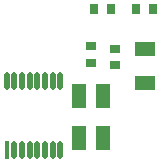
<source format=gtp>
%FSAX44Y44*%
%MOMM*%
G71*
G01*
G75*
G04 Layer_Color=8421504*
%ADD10R,0.8000X0.9000*%
%ADD11R,0.9000X0.8000*%
%ADD12R,1.2000X2.0000*%
%ADD13O,0.4500X1.5000*%
%ADD14R,0.4500X1.5000*%
%ADD15R,1.8000X1.3000*%
%ADD16C,0.2000*%
%ADD17C,0.3000*%
%ADD18C,0.4000*%
%ADD19C,0.7000*%
%ADD20C,0.5000*%
%ADD21R,2.4130X3.6830*%
%ADD22C,2.3000*%
%ADD23R,2.4400X2.4400*%
%ADD24R,2.4400X2.4400*%
%ADD25C,1.0000*%
%ADD26C,1.8000*%
%ADD27C,0.8000*%
%ADD28C,0.6000*%
%ADD29C,0.2540*%
%ADD30C,0.1500*%
%ADD31C,0.1000*%
D10*
X00046340Y00151130D02*
D03*
X00060340D02*
D03*
X00024780Y00151130D02*
D03*
X00010780D02*
D03*
D11*
X00007460Y00105730D02*
D03*
Y00119730D02*
D03*
X00027940Y00103490D02*
D03*
Y00117490D02*
D03*
D12*
X-00002130Y00042190D02*
D03*
X00018370D02*
D03*
Y00077690D02*
D03*
X-00002130D02*
D03*
D13*
X-00018160Y00090450D02*
D03*
X-00024660D02*
D03*
X-00031160D02*
D03*
X-00037660D02*
D03*
X-00044160D02*
D03*
X-00050660D02*
D03*
X-00057160D02*
D03*
X-00063660D02*
D03*
X-00018160Y00031450D02*
D03*
X-00024660D02*
D03*
X-00031160D02*
D03*
X-00037660D02*
D03*
X-00044160D02*
D03*
X-00050660D02*
D03*
X-00057160D02*
D03*
D14*
X-00063660D02*
D03*
D15*
X00053340Y00088370D02*
D03*
Y00117370D02*
D03*
M02*

</source>
